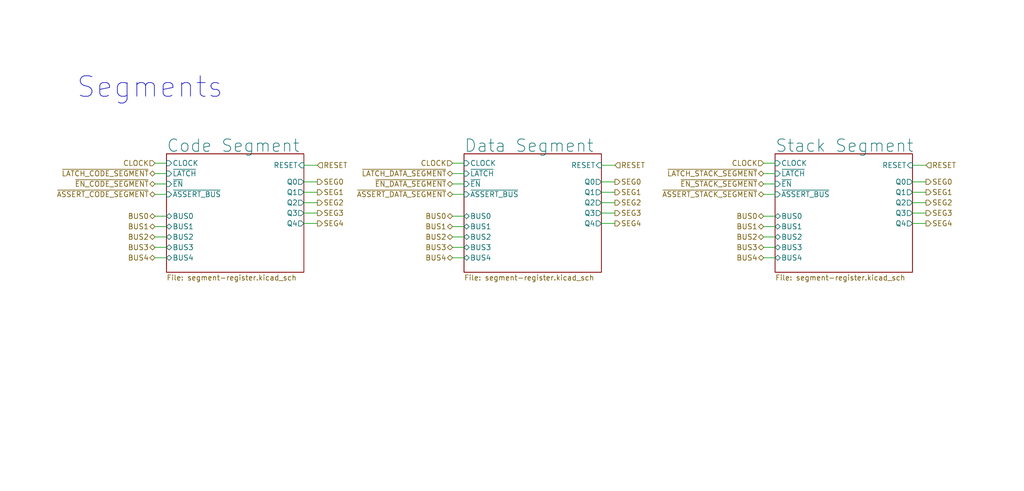
<source format=kicad_sch>
(kicad_sch (version 20211123) (generator eeschema)
  (paper "User" 250.012 119.99)
  (lib_symbols)
  (wire (pts (xy 74.168 44.45) (xy 77.47 44.45)))
  (wire (pts (xy 146.812 46.99) (xy 150.114 46.99)))
  (wire (pts (xy 146.812 49.53) (xy 150.114 49.53)))
  (wire (pts (xy 74.168 54.61) (xy 77.47 54.61)))
  (wire (pts (xy 110.49 55.372) (xy 113.284 55.372)))
  (wire (pts (xy 74.168 49.53) (xy 77.47 49.53)))
  (wire (pts (xy 110.49 52.832) (xy 113.284 52.832)))
  (wire (pts (xy 222.758 44.45) (xy 226.06 44.45)))
  (wire (pts (xy 222.758 52.07) (xy 226.06 52.07)))
  (wire (pts (xy 37.846 60.452) (xy 40.64 60.452)))
  (wire (pts (xy 37.846 42.418) (xy 40.64 42.418)))
  (wire (pts (xy 74.168 40.386) (xy 77.47 40.386)))
  (wire (pts (xy 37.846 47.498) (xy 40.64 47.498)))
  (wire (pts (xy 110.49 39.878) (xy 113.284 39.878)))
  (wire (pts (xy 110.49 44.958) (xy 113.284 44.958)))
  (wire (pts (xy 186.436 44.958) (xy 189.23 44.958)))
  (wire (pts (xy 37.846 39.878) (xy 40.64 39.878)))
  (wire (pts (xy 222.758 54.61) (xy 226.06 54.61)))
  (wire (pts (xy 37.846 44.958) (xy 40.64 44.958)))
  (wire (pts (xy 110.49 60.452) (xy 113.284 60.452)))
  (wire (pts (xy 186.436 52.832) (xy 189.23 52.832)))
  (wire (pts (xy 146.812 44.45) (xy 150.114 44.45)))
  (wire (pts (xy 37.846 52.832) (xy 40.64 52.832)))
  (wire (pts (xy 37.846 55.372) (xy 40.64 55.372)))
  (wire (pts (xy 186.436 60.452) (xy 189.23 60.452)))
  (wire (pts (xy 74.168 52.07) (xy 77.47 52.07)))
  (wire (pts (xy 146.812 52.07) (xy 150.114 52.07)))
  (wire (pts (xy 222.758 46.99) (xy 226.06 46.99)))
  (wire (pts (xy 110.49 42.418) (xy 113.284 42.418)))
  (wire (pts (xy 37.846 62.992) (xy 40.64 62.992)))
  (wire (pts (xy 146.812 40.386) (xy 150.114 40.386)))
  (wire (pts (xy 186.436 47.498) (xy 189.23 47.498)))
  (wire (pts (xy 186.436 39.878) (xy 189.23 39.878)))
  (wire (pts (xy 222.758 40.386) (xy 226.06 40.386)))
  (wire (pts (xy 222.758 49.53) (xy 226.06 49.53)))
  (wire (pts (xy 110.49 62.992) (xy 113.284 62.992)))
  (wire (pts (xy 186.436 55.372) (xy 189.23 55.372)))
  (wire (pts (xy 74.168 46.99) (xy 77.47 46.99)))
  (wire (pts (xy 37.846 57.912) (xy 40.64 57.912)))
  (wire (pts (xy 186.436 57.912) (xy 189.23 57.912)))
  (wire (pts (xy 110.49 47.498) (xy 113.284 47.498)))
  (wire (pts (xy 146.812 54.61) (xy 150.114 54.61)))
  (wire (pts (xy 186.436 42.418) (xy 189.23 42.418)))
  (wire (pts (xy 186.436 62.992) (xy 189.23 62.992)))
  (wire (pts (xy 110.49 57.912) (xy 113.284 57.912)))
  (text "Segments" (at 18.542 24.384 0) (effects (font (size 5 5)) (justify left bottom)))
  (hierarchical_label "BUS1" (shape tri_state) (at 186.436 55.372 180))
  (hierarchical_label "BUS4" (shape tri_state) (at 186.436 62.992 180))
  (hierarchical_label "BUS0" (shape tri_state) (at 37.846 52.832 180))
  (hierarchical_label "BUS0" (shape tri_state) (at 110.49 52.832 180))
  (hierarchical_label "SEG1" (shape output) (at 77.47 46.99 0))
  (hierarchical_label "SEG1" (shape output) (at 226.06 46.99 0))
  (hierarchical_label "BUS2" (shape tri_state) (at 110.49 57.912 180))
  (hierarchical_label "CLOCK" (shape input) (at 186.436 39.878 180))
  (hierarchical_label "SEG0" (shape output) (at 150.114 44.45 0))
  (hierarchical_label "SEG3" (shape output) (at 226.06 52.07 0))
  (hierarchical_label "BUS1" (shape tri_state) (at 110.49 55.372 180))
  (hierarchical_label "BUS4" (shape tri_state) (at 37.846 62.992 180))
  (hierarchical_label "SEG2" (shape output) (at 226.06 49.53 0))
  (hierarchical_label "SEG0" (shape output) (at 226.06 44.45 0))
  (hierarchical_label "~{ASSERT_STACK_SEGMENT}" (shape tri_state) (at 186.436 47.498 180))
  (hierarchical_label "~{EN_CODE_SEGMENT}" (shape tri_state) (at 37.846 44.958 180))
  (hierarchical_label "RESET" (shape input) (at 226.06 40.386 0))
  (hierarchical_label "SEG4" (shape output) (at 77.47 54.61 0))
  (hierarchical_label "BUS2" (shape tri_state) (at 186.436 57.912 180))
  (hierarchical_label "SEG2" (shape output) (at 150.114 49.53 0))
  (hierarchical_label "SEG3" (shape output) (at 150.114 52.07 0))
  (hierarchical_label "SEG4" (shape output) (at 226.06 54.61 0))
  (hierarchical_label "SEG4" (shape output) (at 150.114 54.61 0))
  (hierarchical_label "SEG0" (shape output) (at 77.47 44.45 0))
  (hierarchical_label "~{LATCH_DATA_SEGMENT}" (shape tri_state) (at 110.49 42.418 180))
  (hierarchical_label "CLOCK" (shape input) (at 37.846 39.878 180))
  (hierarchical_label "~{ASSERT_CODE_SEGMENT}" (shape tri_state) (at 37.846 47.498 180))
  (hierarchical_label "SEG3" (shape output) (at 77.47 52.07 0))
  (hierarchical_label "BUS1" (shape tri_state) (at 37.846 55.372 180))
  (hierarchical_label "SEG2" (shape output) (at 77.47 49.53 0))
  (hierarchical_label "RESET" (shape input) (at 150.114 40.386 0))
  (hierarchical_label "~{EN_DATA_SEGMENT}" (shape tri_state) (at 110.49 44.958 180))
  (hierarchical_label "~{LATCH_STACK_SEGMENT}" (shape tri_state) (at 186.436 42.418 180))
  (hierarchical_label "CLOCK" (shape input) (at 110.49 39.878 180))
  (hierarchical_label "BUS3" (shape tri_state) (at 110.49 60.452 180))
  (hierarchical_label "BUS2" (shape tri_state) (at 37.846 57.912 180))
  (hierarchical_label "BUS3" (shape tri_state) (at 186.436 60.452 180))
  (hierarchical_label "RESET" (shape input) (at 77.47 40.386 0))
  (hierarchical_label "SEG1" (shape output) (at 150.114 46.99 0))
  (hierarchical_label "BUS3" (shape tri_state) (at 37.846 60.452 180))
  (hierarchical_label "~{LATCH_CODE_SEGMENT}" (shape tri_state) (at 37.846 42.418 180))
  (hierarchical_label "~{EN_STACK_SEGMENT}" (shape tri_state) (at 186.436 44.958 180))
  (hierarchical_label "BUS4" (shape tri_state) (at 110.49 62.992 180))
  (hierarchical_label "BUS0" (shape tri_state) (at 186.436 52.832 180))
  (hierarchical_label "~{ASSERT_DATA_SEGMENT}" (shape tri_state) (at 110.49 47.498 180))
  (sheet (at 113.284 37.592) (size 33.528 28.956) (stroke (width 0.1524))
    (property "Sheet name" "Data Segment" (at 113.284 37.338 0) (effects (font (size 3 3)) (justify left bottom)))
    (property "Sheet file" "segment-register.kicad_sch" (at 113.284 67.1326 0) (effects (justify left top)))
    (pin "~{LATCH}" input (at 113.284 42.418 180))
    (pin "CLOCK" input (at 113.284 39.878 180))
    (pin "RESET" input (at 146.812 40.386 0))
    (pin "BUS0" tri_state (at 113.284 52.832 180))
    (pin "BUS1" tri_state (at 113.284 55.372 180))
    (pin "BUS2" tri_state (at 113.284 57.912 180))
    (pin "BUS3" tri_state (at 113.284 60.452 180))
    (pin "BUS4" tri_state (at 113.284 62.992 180))
    (pin "~{EN}" input (at 113.284 44.958 180))
    (pin "Q2" output (at 146.812 49.53 0))
    (pin "Q3" output (at 146.812 52.07 0))
    (pin "Q1" output (at 146.812 46.99 0))
    (pin "Q0" output (at 146.812 44.45 0))
    (pin "Q4" output (at 146.812 54.61 0))
    (pin "~{ASSERT_BUS}" input (at 113.284 47.498 180))
  )
  (sheet (at 40.64 37.592) (size 33.528 28.956) (stroke (width 0.1524))
    (property "Sheet name" "Code Segment" (at 40.64 37.338 0) (effects (font (size 3 3)) (justify left bottom)))
    (property "Sheet file" "segment-register.kicad_sch" (at 40.64 67.1326 0) (effects (justify left top)))
    (pin "~{LATCH}" input (at 40.64 42.418 180))
    (pin "CLOCK" input (at 40.64 39.878 180))
    (pin "RESET" input (at 74.168 40.386 0))
    (pin "BUS0" tri_state (at 40.64 52.832 180))
    (pin "BUS1" tri_state (at 40.64 55.372 180))
    (pin "BUS2" tri_state (at 40.64 57.912 180))
    (pin "BUS3" tri_state (at 40.64 60.452 180))
    (pin "BUS4" tri_state (at 40.64 62.992 180))
    (pin "~{EN}" input (at 40.64 44.958 180))
    (pin "Q2" output (at 74.168 49.53 0))
    (pin "Q3" output (at 74.168 52.07 0))
    (pin "Q1" output (at 74.168 46.99 0))
    (pin "Q0" output (at 74.168 44.45 0))
    (pin "Q4" output (at 74.168 54.61 0))
    (pin "~{ASSERT_BUS}" input (at 40.64 47.498 180))
  )
  (sheet (at 189.23 37.592) (size 33.528 28.956) (stroke (width 0.1524))
    (property "Sheet name" "Stack Segment" (at 189.23 37.338 0) (effects (font (size 3 3)) (justify left bottom)))
    (property "Sheet file" "segment-register.kicad_sch" (at 189.23 67.1326 0) (effects (justify left top)))
    (pin "~{LATCH}" input (at 189.23 42.418 180))
    (pin "CLOCK" input (at 189.23 39.878 180))
    (pin "RESET" input (at 222.758 40.386 0))
    (pin "BUS0" tri_state (at 189.23 52.832 180))
    (pin "BUS1" tri_state (at 189.23 55.372 180))
    (pin "BUS2" tri_state (at 189.23 57.912 180))
    (pin "BUS3" tri_state (at 189.23 60.452 180))
    (pin "BUS4" tri_state (at 189.23 62.992 180))
    (pin "~{EN}" input (at 189.23 44.958 180))
    (pin "Q2" output (at 222.758 49.53 0))
    (pin "Q3" output (at 222.758 52.07 0))
    (pin "Q1" output (at 222.758 46.99 0))
    (pin "Q0" output (at 222.758 44.45 0))
    (pin "Q4" output (at 222.758 54.61 0))
    (pin "~{ASSERT_BUS}" input (at 189.23 47.498 180))
  )
)
</source>
